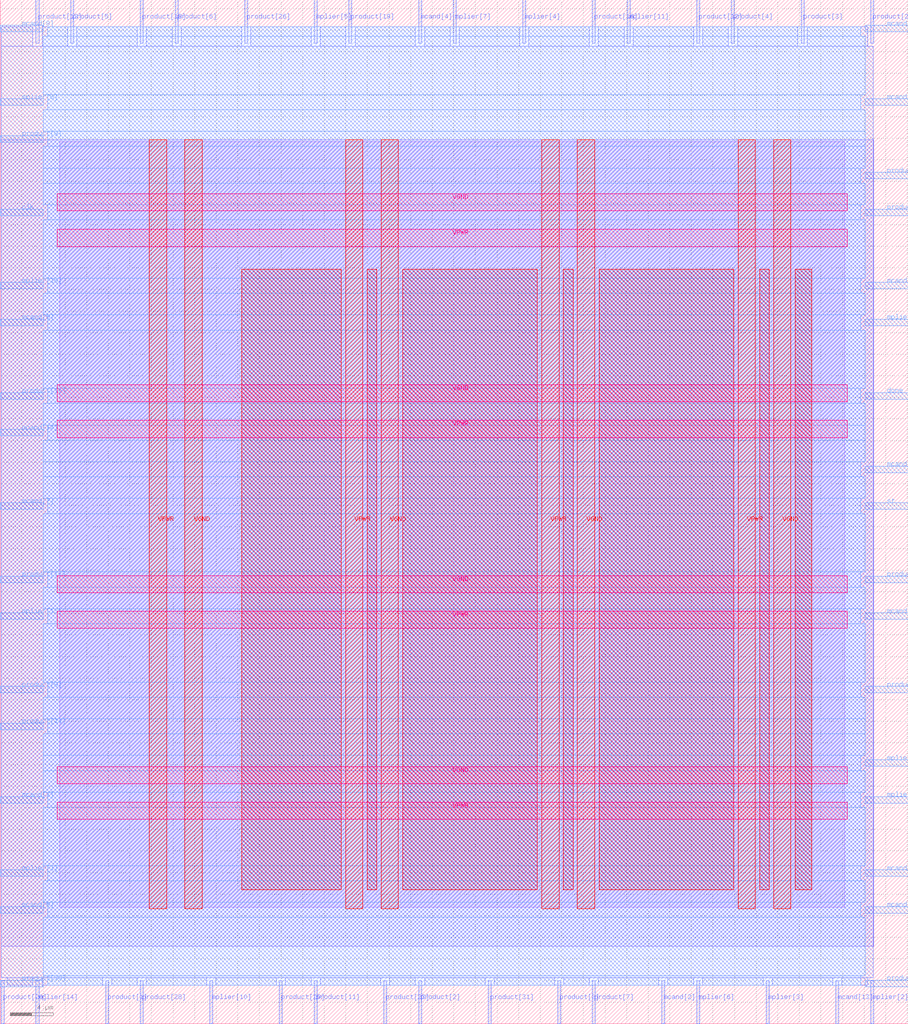
<source format=lef>
VERSION 5.7 ;
  NOWIREEXTENSIONATPIN ON ;
  DIVIDERCHAR "/" ;
  BUSBITCHARS "[]" ;
MACRO mult_seq_16x16
  CLASS BLOCK ;
  FOREIGN mult_seq_16x16 ;
  ORIGIN 0.000 0.000 ;
  SIZE 84.080 BY 94.800 ;
  PIN VGND
    DIRECTION INOUT ;
    USE GROUND ;
    PORT
      LAYER met4 ;
        RECT 17.105 10.640 18.705 81.840 ;
    END
    PORT
      LAYER met4 ;
        RECT 35.275 10.640 36.875 81.840 ;
    END
    PORT
      LAYER met4 ;
        RECT 53.445 10.640 55.045 81.840 ;
    END
    PORT
      LAYER met4 ;
        RECT 71.615 10.640 73.215 81.840 ;
    END
    PORT
      LAYER met5 ;
        RECT 5.280 22.220 78.440 23.820 ;
    END
    PORT
      LAYER met5 ;
        RECT 5.280 39.900 78.440 41.500 ;
    END
    PORT
      LAYER met5 ;
        RECT 5.280 57.580 78.440 59.180 ;
    END
    PORT
      LAYER met5 ;
        RECT 5.280 75.260 78.440 76.860 ;
    END
  END VGND
  PIN VPWR
    DIRECTION INOUT ;
    USE POWER ;
    PORT
      LAYER met4 ;
        RECT 13.805 10.640 15.405 81.840 ;
    END
    PORT
      LAYER met4 ;
        RECT 31.975 10.640 33.575 81.840 ;
    END
    PORT
      LAYER met4 ;
        RECT 50.145 10.640 51.745 81.840 ;
    END
    PORT
      LAYER met4 ;
        RECT 68.315 10.640 69.915 81.840 ;
    END
    PORT
      LAYER met5 ;
        RECT 5.280 18.920 78.440 20.520 ;
    END
    PORT
      LAYER met5 ;
        RECT 5.280 36.600 78.440 38.200 ;
    END
    PORT
      LAYER met5 ;
        RECT 5.280 54.280 78.440 55.880 ;
    END
    PORT
      LAYER met5 ;
        RECT 5.280 71.960 78.440 73.560 ;
    END
  END VPWR
  PIN clk
    DIRECTION INPUT ;
    USE SIGNAL ;
    ANTENNAGATEAREA 0.852000 ;
    PORT
      LAYER met3 ;
        RECT 0.000 74.840 4.000 75.440 ;
    END
  END clk
  PIN done
    DIRECTION OUTPUT TRISTATE ;
    USE SIGNAL ;
    ANTENNADIFFAREA 0.445500 ;
    PORT
      LAYER met3 ;
        RECT 80.080 57.840 84.080 58.440 ;
    END
  END done
  PIN mcand[0]
    DIRECTION INPUT ;
    USE SIGNAL ;
    ANTENNAGATEAREA 0.213000 ;
    PORT
      LAYER met3 ;
        RECT 80.080 51.040 84.080 51.640 ;
    END
  END mcand[0]
  PIN mcand[10]
    DIRECTION INPUT ;
    USE SIGNAL ;
    ANTENNAGATEAREA 0.196500 ;
    PORT
      LAYER met3 ;
        RECT 80.080 85.040 84.080 85.640 ;
    END
  END mcand[10]
  PIN mcand[11]
    DIRECTION INPUT ;
    USE SIGNAL ;
    ANTENNAGATEAREA 0.196500 ;
    PORT
      LAYER met3 ;
        RECT 80.080 10.240 84.080 10.840 ;
    END
  END mcand[11]
  PIN mcand[12]
    DIRECTION INPUT ;
    USE SIGNAL ;
    ANTENNAGATEAREA 0.196500 ;
    PORT
      LAYER met3 ;
        RECT 80.080 91.840 84.080 92.440 ;
    END
  END mcand[12]
  PIN mcand[13]
    DIRECTION INPUT ;
    USE SIGNAL ;
    ANTENNAGATEAREA 0.196500 ;
    PORT
      LAYER met2 ;
        RECT 77.370 0.000 77.650 4.000 ;
    END
  END mcand[13]
  PIN mcand[14]
    DIRECTION INPUT ;
    USE SIGNAL ;
    ANTENNAGATEAREA 0.196500 ;
    PORT
      LAYER met3 ;
        RECT 0.000 54.440 4.000 55.040 ;
    END
  END mcand[14]
  PIN mcand[15]
    DIRECTION INPUT ;
    USE SIGNAL ;
    ANTENNAGATEAREA 0.196500 ;
    PORT
      LAYER met3 ;
        RECT 80.080 68.040 84.080 68.640 ;
    END
  END mcand[15]
  PIN mcand[1]
    DIRECTION INPUT ;
    USE SIGNAL ;
    ANTENNAGATEAREA 0.126000 ;
    PORT
      LAYER met3 ;
        RECT 80.080 13.640 84.080 14.240 ;
    END
  END mcand[1]
  PIN mcand[2]
    DIRECTION INPUT ;
    USE SIGNAL ;
    ANTENNAGATEAREA 0.196500 ;
    PORT
      LAYER met2 ;
        RECT 61.270 0.000 61.550 4.000 ;
    END
  END mcand[2]
  PIN mcand[3]
    DIRECTION INPUT ;
    USE SIGNAL ;
    ANTENNAGATEAREA 0.126000 ;
    PORT
      LAYER met3 ;
        RECT 0.000 20.440 4.000 21.040 ;
    END
  END mcand[3]
  PIN mcand[4]
    DIRECTION INPUT ;
    USE SIGNAL ;
    ANTENNAGATEAREA 0.196500 ;
    PORT
      LAYER met2 ;
        RECT 38.730 90.800 39.010 94.800 ;
    END
  END mcand[4]
  PIN mcand[5]
    DIRECTION INPUT ;
    USE SIGNAL ;
    ANTENNAGATEAREA 0.196500 ;
    PORT
      LAYER met3 ;
        RECT 0.000 64.640 4.000 65.240 ;
    END
  END mcand[5]
  PIN mcand[6]
    DIRECTION INPUT ;
    USE SIGNAL ;
    ANTENNAGATEAREA 0.196500 ;
    PORT
      LAYER met3 ;
        RECT 0.000 10.240 4.000 10.840 ;
    END
  END mcand[6]
  PIN mcand[7]
    DIRECTION INPUT ;
    USE SIGNAL ;
    ANTENNAGATEAREA 0.196500 ;
    PORT
      LAYER met3 ;
        RECT 0.000 47.640 4.000 48.240 ;
    END
  END mcand[7]
  PIN mcand[8]
    DIRECTION INPUT ;
    USE SIGNAL ;
    ANTENNAGATEAREA 0.196500 ;
    PORT
      LAYER met3 ;
        RECT 0.000 91.840 4.000 92.440 ;
    END
  END mcand[8]
  PIN mcand[9]
    DIRECTION INPUT ;
    USE SIGNAL ;
    ANTENNAGATEAREA 0.196500 ;
    PORT
      LAYER met3 ;
        RECT 80.080 37.440 84.080 38.040 ;
    END
  END mcand[9]
  PIN mplier[0]
    DIRECTION INPUT ;
    USE SIGNAL ;
    ANTENNAGATEAREA 0.196500 ;
    PORT
      LAYER met3 ;
        RECT 80.080 64.640 84.080 65.240 ;
    END
  END mplier[0]
  PIN mplier[10]
    DIRECTION INPUT ;
    USE SIGNAL ;
    ANTENNAGATEAREA 0.196500 ;
    PORT
      LAYER met2 ;
        RECT 19.410 0.000 19.690 4.000 ;
    END
  END mplier[10]
  PIN mplier[11]
    DIRECTION INPUT ;
    USE SIGNAL ;
    ANTENNAGATEAREA 0.196500 ;
    PORT
      LAYER met2 ;
        RECT 58.050 90.800 58.330 94.800 ;
    END
  END mplier[11]
  PIN mplier[12]
    DIRECTION INPUT ;
    USE SIGNAL ;
    ANTENNAGATEAREA 0.196500 ;
    PORT
      LAYER met3 ;
        RECT 80.080 23.840 84.080 24.440 ;
    END
  END mplier[12]
  PIN mplier[13]
    DIRECTION INPUT ;
    USE SIGNAL ;
    ANTENNAGATEAREA 0.196500 ;
    PORT
      LAYER met3 ;
        RECT 0.000 37.440 4.000 38.040 ;
    END
  END mplier[13]
  PIN mplier[14]
    DIRECTION INPUT ;
    USE SIGNAL ;
    ANTENNAGATEAREA 0.196500 ;
    PORT
      LAYER met2 ;
        RECT 3.310 0.000 3.590 4.000 ;
    END
  END mplier[14]
  PIN mplier[15]
    DIRECTION INPUT ;
    USE SIGNAL ;
    ANTENNAGATEAREA 0.196500 ;
    PORT
      LAYER met3 ;
        RECT 0.000 68.040 4.000 68.640 ;
    END
  END mplier[15]
  PIN mplier[1]
    DIRECTION INPUT ;
    USE SIGNAL ;
    ANTENNAGATEAREA 0.196500 ;
    PORT
      LAYER met3 ;
        RECT 0.000 13.640 4.000 14.240 ;
    END
  END mplier[1]
  PIN mplier[2]
    DIRECTION INPUT ;
    USE SIGNAL ;
    ANTENNAGATEAREA 0.196500 ;
    PORT
      LAYER met2 ;
        RECT 80.590 0.000 80.870 4.000 ;
    END
  END mplier[2]
  PIN mplier[3]
    DIRECTION INPUT ;
    USE SIGNAL ;
    ANTENNAGATEAREA 0.196500 ;
    PORT
      LAYER met2 ;
        RECT 70.930 0.000 71.210 4.000 ;
    END
  END mplier[3]
  PIN mplier[4]
    DIRECTION INPUT ;
    USE SIGNAL ;
    ANTENNAGATEAREA 0.196500 ;
    PORT
      LAYER met2 ;
        RECT 48.390 90.800 48.670 94.800 ;
    END
  END mplier[4]
  PIN mplier[5]
    DIRECTION INPUT ;
    USE SIGNAL ;
    ANTENNAGATEAREA 0.196500 ;
    PORT
      LAYER met2 ;
        RECT 29.070 90.800 29.350 94.800 ;
    END
  END mplier[5]
  PIN mplier[6]
    DIRECTION INPUT ;
    USE SIGNAL ;
    ANTENNAGATEAREA 0.196500 ;
    PORT
      LAYER met2 ;
        RECT 64.490 0.000 64.770 4.000 ;
    END
  END mplier[6]
  PIN mplier[7]
    DIRECTION INPUT ;
    USE SIGNAL ;
    ANTENNAGATEAREA 0.196500 ;
    PORT
      LAYER met2 ;
        RECT 41.950 90.800 42.230 94.800 ;
    END
  END mplier[7]
  PIN mplier[8]
    DIRECTION INPUT ;
    USE SIGNAL ;
    ANTENNAGATEAREA 0.196500 ;
    PORT
      LAYER met3 ;
        RECT 0.000 85.040 4.000 85.640 ;
    END
  END mplier[8]
  PIN mplier[9]
    DIRECTION INPUT ;
    USE SIGNAL ;
    ANTENNAGATEAREA 0.196500 ;
    PORT
      LAYER met3 ;
        RECT 80.080 20.440 84.080 21.040 ;
    END
  END mplier[9]
  PIN product[0]
    DIRECTION OUTPUT TRISTATE ;
    USE SIGNAL ;
    ANTENNADIFFAREA 0.795200 ;
    PORT
      LAYER met2 ;
        RECT 51.610 0.000 51.890 4.000 ;
    END
  END product[0]
  PIN product[10]
    DIRECTION OUTPUT TRISTATE ;
    USE SIGNAL ;
    ANTENNADIFFAREA 0.445500 ;
    PORT
      LAYER met3 ;
        RECT 80.080 30.640 84.080 31.240 ;
    END
  END product[10]
  PIN product[11]
    DIRECTION OUTPUT TRISTATE ;
    USE SIGNAL ;
    ANTENNADIFFAREA 0.795200 ;
    PORT
      LAYER met2 ;
        RECT 29.070 0.000 29.350 4.000 ;
    END
  END product[11]
  PIN product[12]
    DIRECTION OUTPUT TRISTATE ;
    USE SIGNAL ;
    ANTENNADIFFAREA 0.795200 ;
    PORT
      LAYER met2 ;
        RECT 64.490 90.800 64.770 94.800 ;
    END
  END product[12]
  PIN product[13]
    DIRECTION OUTPUT TRISTATE ;
    USE SIGNAL ;
    ANTENNADIFFAREA 0.795200 ;
    PORT
      LAYER met2 ;
        RECT 3.310 90.800 3.590 94.800 ;
    END
  END product[13]
  PIN product[14]
    DIRECTION OUTPUT TRISTATE ;
    USE SIGNAL ;
    ANTENNADIFFAREA 0.795200 ;
    PORT
      LAYER met3 ;
        RECT 0.000 27.240 4.000 27.840 ;
    END
  END product[14]
  PIN product[15]
    DIRECTION OUTPUT TRISTATE ;
    USE SIGNAL ;
    ANTENNADIFFAREA 0.795200 ;
    PORT
      LAYER met3 ;
        RECT 0.000 57.840 4.000 58.440 ;
    END
  END product[15]
  PIN product[16]
    DIRECTION OUTPUT TRISTATE ;
    USE SIGNAL ;
    ANTENNADIFFAREA 0.795200 ;
    PORT
      LAYER met2 ;
        RECT 54.830 90.800 55.110 94.800 ;
    END
  END product[16]
  PIN product[17]
    DIRECTION OUTPUT TRISTATE ;
    USE SIGNAL ;
    ANTENNADIFFAREA 0.795200 ;
    PORT
      LAYER met3 ;
        RECT 0.000 40.840 4.000 41.440 ;
    END
  END product[17]
  PIN product[18]
    DIRECTION OUTPUT TRISTATE ;
    USE SIGNAL ;
    ANTENNADIFFAREA 0.795200 ;
    PORT
      LAYER met2 ;
        RECT 12.970 90.800 13.250 94.800 ;
    END
  END product[18]
  PIN product[19]
    DIRECTION OUTPUT TRISTATE ;
    USE SIGNAL ;
    ANTENNADIFFAREA 0.795200 ;
    PORT
      LAYER met2 ;
        RECT 32.290 90.800 32.570 94.800 ;
    END
  END product[19]
  PIN product[1]
    DIRECTION OUTPUT TRISTATE ;
    USE SIGNAL ;
    ANTENNADIFFAREA 0.795200 ;
    PORT
      LAYER met2 ;
        RECT 9.750 0.000 10.030 4.000 ;
    END
  END product[1]
  PIN product[20]
    DIRECTION OUTPUT TRISTATE ;
    USE SIGNAL ;
    ANTENNADIFFAREA 0.795200 ;
    PORT
      LAYER met2 ;
        RECT 0.090 0.000 0.370 4.000 ;
    END
  END product[20]
  PIN product[21]
    DIRECTION OUTPUT TRISTATE ;
    USE SIGNAL ;
    ANTENNADIFFAREA 0.795200 ;
    PORT
      LAYER met3 ;
        RECT 80.080 78.240 84.080 78.840 ;
    END
  END product[21]
  PIN product[22]
    DIRECTION OUTPUT TRISTATE ;
    USE SIGNAL ;
    ANTENNADIFFAREA 0.795200 ;
    PORT
      LAYER met2 ;
        RECT 80.590 90.800 80.870 94.800 ;
    END
  END product[22]
  PIN product[23]
    DIRECTION OUTPUT TRISTATE ;
    USE SIGNAL ;
    ANTENNADIFFAREA 0.795200 ;
    PORT
      LAYER met2 ;
        RECT 35.510 0.000 35.790 4.000 ;
    END
  END product[23]
  PIN product[24]
    DIRECTION OUTPUT TRISTATE ;
    USE SIGNAL ;
    ANTENNADIFFAREA 0.795200 ;
    PORT
      LAYER met3 ;
        RECT 80.080 74.840 84.080 75.440 ;
    END
  END product[24]
  PIN product[25]
    DIRECTION OUTPUT TRISTATE ;
    USE SIGNAL ;
    ANTENNADIFFAREA 0.795200 ;
    PORT
      LAYER met3 ;
        RECT 80.080 3.440 84.080 4.040 ;
    END
  END product[25]
  PIN product[26]
    DIRECTION OUTPUT TRISTATE ;
    USE SIGNAL ;
    ANTENNADIFFAREA 0.795200 ;
    PORT
      LAYER met2 ;
        RECT 22.630 90.800 22.910 94.800 ;
    END
  END product[26]
  PIN product[27]
    DIRECTION OUTPUT TRISTATE ;
    USE SIGNAL ;
    ANTENNADIFFAREA 0.445500 ;
    PORT
      LAYER met3 ;
        RECT 80.080 40.840 84.080 41.440 ;
    END
  END product[27]
  PIN product[28]
    DIRECTION OUTPUT TRISTATE ;
    USE SIGNAL ;
    ANTENNADIFFAREA 0.795200 ;
    PORT
      LAYER met2 ;
        RECT 12.970 0.000 13.250 4.000 ;
    END
  END product[28]
  PIN product[29]
    DIRECTION OUTPUT TRISTATE ;
    USE SIGNAL ;
    ANTENNADIFFAREA 0.795200 ;
    PORT
      LAYER met2 ;
        RECT 25.850 0.000 26.130 4.000 ;
    END
  END product[29]
  PIN product[2]
    DIRECTION OUTPUT TRISTATE ;
    USE SIGNAL ;
    ANTENNADIFFAREA 0.795200 ;
    PORT
      LAYER met2 ;
        RECT 38.730 0.000 39.010 4.000 ;
    END
  END product[2]
  PIN product[30]
    DIRECTION OUTPUT TRISTATE ;
    USE SIGNAL ;
    ANTENNADIFFAREA 0.795200 ;
    PORT
      LAYER met3 ;
        RECT 0.000 3.440 4.000 4.040 ;
    END
  END product[30]
  PIN product[31]
    DIRECTION OUTPUT TRISTATE ;
    USE SIGNAL ;
    ANTENNADIFFAREA 0.795200 ;
    PORT
      LAYER met2 ;
        RECT 45.170 0.000 45.450 4.000 ;
    END
  END product[31]
  PIN product[3]
    DIRECTION OUTPUT TRISTATE ;
    USE SIGNAL ;
    ANTENNADIFFAREA 0.795200 ;
    PORT
      LAYER met2 ;
        RECT 74.150 90.800 74.430 94.800 ;
    END
  END product[3]
  PIN product[4]
    DIRECTION OUTPUT TRISTATE ;
    USE SIGNAL ;
    ANTENNADIFFAREA 0.795200 ;
    PORT
      LAYER met2 ;
        RECT 67.710 90.800 67.990 94.800 ;
    END
  END product[4]
  PIN product[5]
    DIRECTION OUTPUT TRISTATE ;
    USE SIGNAL ;
    ANTENNADIFFAREA 0.795200 ;
    PORT
      LAYER met2 ;
        RECT 6.530 90.800 6.810 94.800 ;
    END
  END product[5]
  PIN product[6]
    DIRECTION OUTPUT TRISTATE ;
    USE SIGNAL ;
    ANTENNADIFFAREA 0.795200 ;
    PORT
      LAYER met2 ;
        RECT 16.190 90.800 16.470 94.800 ;
    END
  END product[6]
  PIN product[7]
    DIRECTION OUTPUT TRISTATE ;
    USE SIGNAL ;
    ANTENNADIFFAREA 0.795200 ;
    PORT
      LAYER met2 ;
        RECT 54.830 0.000 55.110 4.000 ;
    END
  END product[7]
  PIN product[8]
    DIRECTION OUTPUT TRISTATE ;
    USE SIGNAL ;
    ANTENNADIFFAREA 0.795200 ;
    PORT
      LAYER met3 ;
        RECT 0.000 30.640 4.000 31.240 ;
    END
  END product[8]
  PIN product[9]
    DIRECTION OUTPUT TRISTATE ;
    USE SIGNAL ;
    ANTENNADIFFAREA 0.795200 ;
    PORT
      LAYER met3 ;
        RECT 0.000 81.640 4.000 82.240 ;
    END
  END product[9]
  PIN st
    DIRECTION INPUT ;
    USE SIGNAL ;
    ANTENNAGATEAREA 0.213000 ;
    PORT
      LAYER met3 ;
        RECT 80.080 47.640 84.080 48.240 ;
    END
  END st
  OBS
      LAYER li1 ;
        RECT 5.520 10.795 78.200 81.685 ;
      LAYER met1 ;
        RECT 0.070 7.180 80.890 81.840 ;
      LAYER met2 ;
        RECT 0.100 90.520 3.030 92.325 ;
        RECT 3.870 90.520 6.250 92.325 ;
        RECT 7.090 90.520 12.690 92.325 ;
        RECT 13.530 90.520 15.910 92.325 ;
        RECT 16.750 90.520 22.350 92.325 ;
        RECT 23.190 90.520 28.790 92.325 ;
        RECT 29.630 90.520 32.010 92.325 ;
        RECT 32.850 90.520 38.450 92.325 ;
        RECT 39.290 90.520 41.670 92.325 ;
        RECT 42.510 90.520 48.110 92.325 ;
        RECT 48.950 90.520 54.550 92.325 ;
        RECT 55.390 90.520 57.770 92.325 ;
        RECT 58.610 90.520 64.210 92.325 ;
        RECT 65.050 90.520 67.430 92.325 ;
        RECT 68.270 90.520 73.870 92.325 ;
        RECT 74.710 90.520 80.310 92.325 ;
        RECT 0.100 4.280 80.860 90.520 ;
        RECT 0.650 3.555 3.030 4.280 ;
        RECT 3.870 3.555 9.470 4.280 ;
        RECT 10.310 3.555 12.690 4.280 ;
        RECT 13.530 3.555 19.130 4.280 ;
        RECT 19.970 3.555 25.570 4.280 ;
        RECT 26.410 3.555 28.790 4.280 ;
        RECT 29.630 3.555 35.230 4.280 ;
        RECT 36.070 3.555 38.450 4.280 ;
        RECT 39.290 3.555 44.890 4.280 ;
        RECT 45.730 3.555 51.330 4.280 ;
        RECT 52.170 3.555 54.550 4.280 ;
        RECT 55.390 3.555 60.990 4.280 ;
        RECT 61.830 3.555 64.210 4.280 ;
        RECT 65.050 3.555 70.650 4.280 ;
        RECT 71.490 3.555 77.090 4.280 ;
        RECT 77.930 3.555 80.310 4.280 ;
      LAYER met3 ;
        RECT 4.400 91.440 79.680 92.305 ;
        RECT 4.000 86.040 80.080 91.440 ;
        RECT 4.400 84.640 79.680 86.040 ;
        RECT 4.000 82.640 80.080 84.640 ;
        RECT 4.400 81.240 80.080 82.640 ;
        RECT 4.000 79.240 80.080 81.240 ;
        RECT 4.000 77.840 79.680 79.240 ;
        RECT 4.000 75.840 80.080 77.840 ;
        RECT 4.400 74.440 79.680 75.840 ;
        RECT 4.000 69.040 80.080 74.440 ;
        RECT 4.400 67.640 79.680 69.040 ;
        RECT 4.000 65.640 80.080 67.640 ;
        RECT 4.400 64.240 79.680 65.640 ;
        RECT 4.000 58.840 80.080 64.240 ;
        RECT 4.400 57.440 79.680 58.840 ;
        RECT 4.000 55.440 80.080 57.440 ;
        RECT 4.400 54.040 80.080 55.440 ;
        RECT 4.000 52.040 80.080 54.040 ;
        RECT 4.000 50.640 79.680 52.040 ;
        RECT 4.000 48.640 80.080 50.640 ;
        RECT 4.400 47.240 79.680 48.640 ;
        RECT 4.000 41.840 80.080 47.240 ;
        RECT 4.400 40.440 79.680 41.840 ;
        RECT 4.000 38.440 80.080 40.440 ;
        RECT 4.400 37.040 79.680 38.440 ;
        RECT 4.000 31.640 80.080 37.040 ;
        RECT 4.400 30.240 79.680 31.640 ;
        RECT 4.000 28.240 80.080 30.240 ;
        RECT 4.400 26.840 80.080 28.240 ;
        RECT 4.000 24.840 80.080 26.840 ;
        RECT 4.000 23.440 79.680 24.840 ;
        RECT 4.000 21.440 80.080 23.440 ;
        RECT 4.400 20.040 79.680 21.440 ;
        RECT 4.000 14.640 80.080 20.040 ;
        RECT 4.400 13.240 79.680 14.640 ;
        RECT 4.000 11.240 80.080 13.240 ;
        RECT 4.400 9.840 79.680 11.240 ;
        RECT 4.000 4.440 80.080 9.840 ;
        RECT 4.400 3.575 79.680 4.440 ;
      LAYER met4 ;
        RECT 22.375 12.415 31.575 69.865 ;
        RECT 33.975 12.415 34.875 69.865 ;
        RECT 37.275 12.415 49.745 69.865 ;
        RECT 52.145 12.415 53.045 69.865 ;
        RECT 55.445 12.415 67.915 69.865 ;
        RECT 70.315 12.415 71.215 69.865 ;
        RECT 73.615 12.415 75.145 69.865 ;
  END
END mult_seq_16x16
END LIBRARY


</source>
